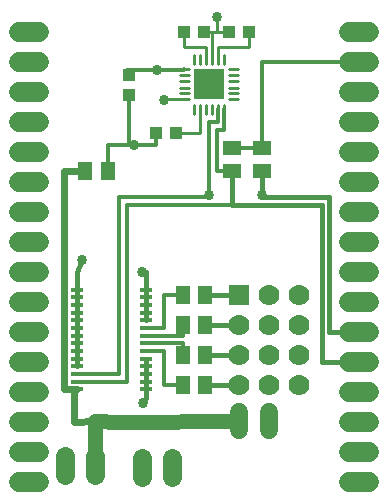
<source format=gtl>
G75*
%MOIN*%
%OFA0B0*%
%FSLAX25Y25*%
%IPPOS*%
%LPD*%
%AMOC8*
5,1,8,0,0,1.08239X$1,22.5*
%
%ADD10R,0.04331X0.03937*%
%ADD11R,0.03937X0.04331*%
%ADD12C,0.01000*%
%ADD13R,0.10300X0.10300*%
%ADD14R,0.03900X0.01200*%
%ADD15R,0.05118X0.05906*%
%ADD16R,0.07000X0.07000*%
%ADD17C,0.07000*%
%ADD18C,0.06600*%
%ADD19R,0.05906X0.05118*%
%ADD20C,0.06337*%
%ADD21C,0.06000*%
%ADD22C,0.02400*%
%ADD23C,0.01600*%
%ADD24C,0.05000*%
%ADD25C,0.03378*%
%ADD26C,0.01200*%
D10*
X0123887Y0190383D03*
X0130580Y0190383D03*
X0133087Y0223933D03*
X0139780Y0223933D03*
X0148087Y0223933D03*
X0154780Y0223933D03*
D11*
X0114683Y0209630D03*
X0114683Y0202937D03*
D12*
X0126433Y0201485D02*
X0133220Y0201485D01*
X0131720Y0201485D02*
X0134720Y0201485D01*
X0134720Y0203482D02*
X0131720Y0203482D01*
X0131720Y0205459D02*
X0134720Y0205459D01*
X0134720Y0207565D02*
X0131720Y0207565D01*
X0131720Y0209552D02*
X0134720Y0209552D01*
X0134720Y0211538D02*
X0131720Y0211538D01*
X0136367Y0213286D02*
X0136367Y0216286D01*
X0138364Y0216286D02*
X0138364Y0213286D01*
X0140341Y0213286D02*
X0140341Y0216286D01*
X0140341Y0214786D02*
X0140341Y0218933D01*
X0133087Y0218933D01*
X0133087Y0223933D01*
X0139780Y0223933D02*
X0148087Y0223933D01*
X0143933Y0223933D01*
X0143933Y0228933D01*
X0142447Y0223933D02*
X0139780Y0223933D01*
X0142447Y0223933D02*
X0142447Y0214786D01*
X0142447Y0216286D02*
X0142447Y0213286D01*
X0144433Y0213286D02*
X0144433Y0216286D01*
X0144433Y0214786D02*
X0144433Y0218933D01*
X0154780Y0218933D01*
X0154780Y0223933D01*
X0146420Y0216286D02*
X0146420Y0213286D01*
X0148068Y0211538D02*
X0151068Y0211538D01*
X0151068Y0209552D02*
X0148068Y0209552D01*
X0148068Y0207565D02*
X0151068Y0207565D01*
X0151068Y0205459D02*
X0148068Y0205459D01*
X0148068Y0203482D02*
X0151068Y0203482D01*
X0151068Y0201485D02*
X0148068Y0201485D01*
X0146420Y0199738D02*
X0146420Y0196738D01*
X0144433Y0196738D02*
X0144433Y0199738D01*
X0142447Y0199738D02*
X0142447Y0196738D01*
X0140341Y0196738D02*
X0140341Y0199738D01*
X0138364Y0199738D02*
X0138364Y0196738D01*
X0138364Y0198238D02*
X0138364Y0190383D01*
X0130580Y0190383D01*
X0136367Y0196738D02*
X0136367Y0199738D01*
D13*
X0141354Y0206472D03*
D14*
X0120420Y0138067D03*
X0120420Y0135508D03*
X0120420Y0132949D03*
X0120420Y0130390D03*
X0120420Y0127831D03*
X0120420Y0125272D03*
X0120420Y0122713D03*
X0120420Y0120154D03*
X0120420Y0117594D03*
X0120420Y0115035D03*
X0120420Y0112476D03*
X0120420Y0109917D03*
X0120420Y0107358D03*
X0120420Y0104799D03*
X0097446Y0104799D03*
X0097446Y0107358D03*
X0097446Y0109917D03*
X0097446Y0112476D03*
X0097446Y0115035D03*
X0097446Y0117594D03*
X0097446Y0120154D03*
X0097446Y0122713D03*
X0097446Y0125272D03*
X0097446Y0127831D03*
X0097446Y0130390D03*
X0097446Y0132949D03*
X0097446Y0135508D03*
X0097446Y0138067D03*
D15*
X0100193Y0177683D03*
X0107673Y0177683D03*
X0132693Y0136433D03*
X0140173Y0136433D03*
X0140173Y0126433D03*
X0132693Y0126433D03*
X0132693Y0116433D03*
X0132693Y0106433D03*
X0140173Y0106433D03*
X0140173Y0116433D03*
D16*
X0151433Y0136433D03*
D17*
X0151433Y0126433D03*
X0151433Y0116433D03*
X0151433Y0106433D03*
X0161433Y0106433D03*
X0161433Y0116433D03*
X0161433Y0126433D03*
X0161433Y0136433D03*
X0171433Y0136433D03*
X0171433Y0126433D03*
X0171433Y0116433D03*
X0171433Y0106433D03*
D18*
X0084733Y0073933D02*
X0078133Y0073933D01*
X0078133Y0083933D02*
X0084733Y0083933D01*
X0084733Y0093933D02*
X0078133Y0093933D01*
X0078133Y0103933D02*
X0084733Y0103933D01*
X0084733Y0113933D02*
X0078133Y0113933D01*
X0078133Y0123933D02*
X0084733Y0123933D01*
X0084733Y0133933D02*
X0078133Y0133933D01*
X0078133Y0143933D02*
X0084733Y0143933D01*
X0084733Y0153933D02*
X0078133Y0153933D01*
X0078133Y0163933D02*
X0084733Y0163933D01*
X0084733Y0173933D02*
X0078133Y0173933D01*
X0078133Y0183933D02*
X0084733Y0183933D01*
X0084733Y0193933D02*
X0078133Y0193933D01*
X0078133Y0203933D02*
X0084733Y0203933D01*
X0084733Y0213933D02*
X0078133Y0213933D01*
X0078133Y0223933D02*
X0084733Y0223933D01*
X0188133Y0223933D02*
X0194733Y0223933D01*
X0194733Y0213933D02*
X0188133Y0213933D01*
X0188133Y0203933D02*
X0194733Y0203933D01*
X0194733Y0193933D02*
X0188133Y0193933D01*
X0188133Y0183933D02*
X0194733Y0183933D01*
X0194733Y0173933D02*
X0188133Y0173933D01*
X0188133Y0163933D02*
X0194733Y0163933D01*
X0194733Y0153933D02*
X0188133Y0153933D01*
X0188133Y0143933D02*
X0194733Y0143933D01*
X0194733Y0133933D02*
X0188133Y0133933D01*
X0188133Y0123933D02*
X0194733Y0123933D01*
X0194733Y0113933D02*
X0188133Y0113933D01*
X0188133Y0103933D02*
X0194733Y0103933D01*
X0194733Y0093933D02*
X0188133Y0093933D01*
X0188133Y0083933D02*
X0194733Y0083933D01*
X0194733Y0073933D02*
X0188133Y0073933D01*
D19*
X0158933Y0177693D03*
X0158933Y0185173D03*
X0148933Y0185173D03*
X0148933Y0177693D03*
D20*
X0129083Y0082102D02*
X0129083Y0075765D01*
X0119083Y0075765D02*
X0119083Y0082102D01*
X0103558Y0082552D02*
X0103558Y0076215D01*
X0093558Y0076215D02*
X0093558Y0082552D01*
D21*
X0151515Y0091228D02*
X0151515Y0097228D01*
X0161515Y0097228D02*
X0161515Y0091228D01*
D22*
X0103483Y0094133D02*
X0096433Y0094108D01*
X0096433Y0102485D01*
X0096433Y0104871D01*
X0097446Y0104799D02*
X0092996Y0104799D01*
X0092996Y0177683D01*
X0100193Y0177683D01*
D23*
X0098933Y0147870D02*
X0097446Y0143933D01*
X0097446Y0138067D01*
X0097446Y0135508D01*
X0097446Y0132949D01*
X0097446Y0130390D01*
X0097446Y0127831D01*
X0097446Y0125272D01*
X0097446Y0122713D01*
X0097446Y0120154D01*
X0097446Y0117594D01*
X0097446Y0115035D01*
X0097446Y0112476D01*
X0097446Y0104799D02*
X0096433Y0104799D01*
X0096433Y0102485D01*
X0119558Y0100183D02*
X0120420Y0101821D01*
X0120420Y0104799D01*
X0120420Y0107358D01*
X0120420Y0109917D01*
X0120420Y0112476D01*
X0120420Y0115035D01*
X0120420Y0127831D02*
X0120420Y0130390D01*
X0120420Y0132949D01*
X0120420Y0135508D01*
X0120420Y0138067D01*
X0120420Y0143933D01*
X0118933Y0143933D01*
X0140173Y0136433D02*
X0151433Y0136433D01*
X0151433Y0126433D02*
X0140173Y0126433D01*
X0140173Y0116433D02*
X0151433Y0116433D01*
X0151433Y0106433D02*
X0140173Y0106433D01*
X0178933Y0113933D02*
X0191433Y0113933D01*
X0191433Y0123933D02*
X0181433Y0123933D01*
X0181433Y0168933D01*
X0158933Y0168933D01*
X0158933Y0169481D01*
X0158933Y0177693D01*
X0148933Y0177693D02*
X0148933Y0166433D01*
X0178933Y0166433D01*
X0178933Y0113933D01*
D24*
X0151515Y0094228D02*
X0111433Y0093978D01*
X0103483Y0094133D01*
X0103558Y0079383D01*
D25*
X0119558Y0100183D03*
X0118933Y0143933D03*
X0098933Y0147870D03*
X0116433Y0186433D03*
X0126433Y0201433D03*
X0123933Y0211433D03*
X0143933Y0228933D03*
X0141433Y0169481D03*
X0158933Y0169481D03*
D26*
X0148933Y0166433D02*
X0113933Y0166433D01*
X0113933Y0107358D01*
X0097446Y0107358D01*
X0097446Y0109917D02*
X0111433Y0109917D01*
X0111433Y0168933D01*
X0141433Y0168933D01*
X0141433Y0169481D01*
X0141433Y0193933D01*
X0144433Y0193933D01*
X0144433Y0198238D01*
X0146420Y0198238D02*
X0146420Y0191433D01*
X0143933Y0191433D01*
X0143933Y0177693D01*
X0148933Y0177693D01*
X0148933Y0185173D02*
X0158933Y0185173D01*
X0158933Y0213933D01*
X0191433Y0213933D01*
X0133220Y0211538D02*
X0133133Y0211452D01*
X0130933Y0211452D01*
X0130914Y0211433D01*
X0123933Y0211433D01*
X0113933Y0211433D01*
X0113933Y0209630D01*
X0114683Y0209630D01*
X0114683Y0202937D02*
X0114683Y0186433D01*
X0116433Y0186433D01*
X0123887Y0186433D01*
X0123887Y0190383D01*
X0116433Y0186433D02*
X0107673Y0186433D01*
X0107673Y0177683D01*
X0126433Y0201433D02*
X0126433Y0201485D01*
X0126433Y0136433D02*
X0132693Y0136433D01*
X0126433Y0136433D02*
X0126433Y0125272D01*
X0120420Y0125272D01*
X0120420Y0122713D02*
X0132693Y0122713D01*
X0132693Y0126433D01*
X0132693Y0120154D02*
X0132693Y0116433D01*
X0132693Y0120154D02*
X0120420Y0120154D01*
X0120420Y0117594D02*
X0126433Y0117594D01*
X0126433Y0106433D01*
X0132693Y0106433D01*
M02*

</source>
